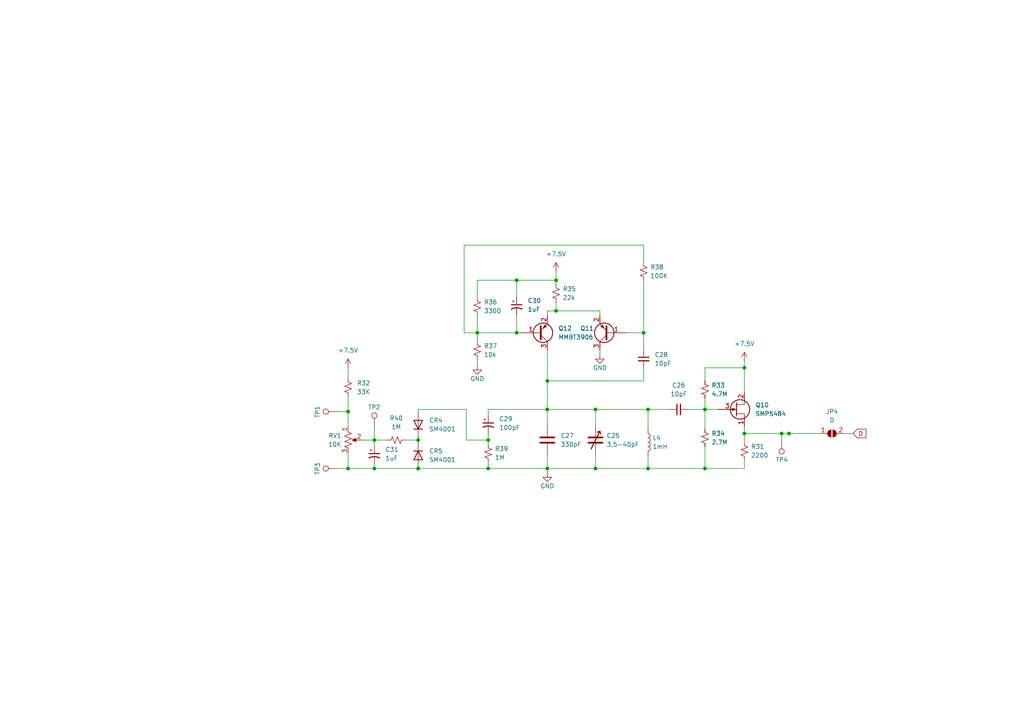
<source format=kicad_sch>
(kicad_sch (version 20211123) (generator eeschema)

  (uuid 1a561e7b-a9f5-4598-b9e1-a9b24acb6f5b)

  (paper "A4")

  (lib_symbols
    (symbol "Connector:TestPoint" (pin_numbers hide) (pin_names (offset 0.762) hide) (in_bom yes) (on_board yes)
      (property "Reference" "TP" (id 0) (at 0 6.858 0)
        (effects (font (size 1.27 1.27)))
      )
      (property "Value" "TestPoint" (id 1) (at 0 5.08 0)
        (effects (font (size 1.27 1.27)))
      )
      (property "Footprint" "" (id 2) (at 5.08 0 0)
        (effects (font (size 1.27 1.27)) hide)
      )
      (property "Datasheet" "~" (id 3) (at 5.08 0 0)
        (effects (font (size 1.27 1.27)) hide)
      )
      (property "ki_keywords" "test point tp" (id 4) (at 0 0 0)
        (effects (font (size 1.27 1.27)) hide)
      )
      (property "ki_description" "test point" (id 5) (at 0 0 0)
        (effects (font (size 1.27 1.27)) hide)
      )
      (property "ki_fp_filters" "Pin* Test*" (id 6) (at 0 0 0)
        (effects (font (size 1.27 1.27)) hide)
      )
      (symbol "TestPoint_0_1"
        (circle (center 0 3.302) (radius 0.762)
          (stroke (width 0) (type default) (color 0 0 0 0))
          (fill (type none))
        )
      )
      (symbol "TestPoint_1_1"
        (pin passive line (at 0 0 90) (length 2.54)
          (name "1" (effects (font (size 1.27 1.27))))
          (number "1" (effects (font (size 1.27 1.27))))
        )
      )
    )
    (symbol "Device:C" (pin_numbers hide) (pin_names (offset 0.254)) (in_bom yes) (on_board yes)
      (property "Reference" "C" (id 0) (at 0.635 2.54 0)
        (effects (font (size 1.27 1.27)) (justify left))
      )
      (property "Value" "C" (id 1) (at 0.635 -2.54 0)
        (effects (font (size 1.27 1.27)) (justify left))
      )
      (property "Footprint" "" (id 2) (at 0.9652 -3.81 0)
        (effects (font (size 1.27 1.27)) hide)
      )
      (property "Datasheet" "~" (id 3) (at 0 0 0)
        (effects (font (size 1.27 1.27)) hide)
      )
      (property "ki_keywords" "cap capacitor" (id 4) (at 0 0 0)
        (effects (font (size 1.27 1.27)) hide)
      )
      (property "ki_description" "Unpolarized capacitor" (id 5) (at 0 0 0)
        (effects (font (size 1.27 1.27)) hide)
      )
      (property "ki_fp_filters" "C_*" (id 6) (at 0 0 0)
        (effects (font (size 1.27 1.27)) hide)
      )
      (symbol "C_0_1"
        (polyline
          (pts
            (xy -2.032 -0.762)
            (xy 2.032 -0.762)
          )
          (stroke (width 0.508) (type default) (color 0 0 0 0))
          (fill (type none))
        )
        (polyline
          (pts
            (xy -2.032 0.762)
            (xy 2.032 0.762)
          )
          (stroke (width 0.508) (type default) (color 0 0 0 0))
          (fill (type none))
        )
      )
      (symbol "C_1_1"
        (pin passive line (at 0 3.81 270) (length 2.794)
          (name "~" (effects (font (size 1.27 1.27))))
          (number "1" (effects (font (size 1.27 1.27))))
        )
        (pin passive line (at 0 -3.81 90) (length 2.794)
          (name "~" (effects (font (size 1.27 1.27))))
          (number "2" (effects (font (size 1.27 1.27))))
        )
      )
    )
    (symbol "Device:C_Polarized_Small_US" (pin_numbers hide) (pin_names (offset 0.254) hide) (in_bom yes) (on_board yes)
      (property "Reference" "C" (id 0) (at 0.254 1.778 0)
        (effects (font (size 1.27 1.27)) (justify left))
      )
      (property "Value" "C_Polarized_Small_US" (id 1) (at 0.254 -2.032 0)
        (effects (font (size 1.27 1.27)) (justify left))
      )
      (property "Footprint" "" (id 2) (at 0 0 0)
        (effects (font (size 1.27 1.27)) hide)
      )
      (property "Datasheet" "~" (id 3) (at 0 0 0)
        (effects (font (size 1.27 1.27)) hide)
      )
      (property "ki_keywords" "cap capacitor" (id 4) (at 0 0 0)
        (effects (font (size 1.27 1.27)) hide)
      )
      (property "ki_description" "Polarized capacitor, small US symbol" (id 5) (at 0 0 0)
        (effects (font (size 1.27 1.27)) hide)
      )
      (property "ki_fp_filters" "CP_*" (id 6) (at 0 0 0)
        (effects (font (size 1.27 1.27)) hide)
      )
      (symbol "C_Polarized_Small_US_0_1"
        (polyline
          (pts
            (xy -1.524 0.508)
            (xy 1.524 0.508)
          )
          (stroke (width 0.3048) (type default) (color 0 0 0 0))
          (fill (type none))
        )
        (polyline
          (pts
            (xy -1.27 1.524)
            (xy -0.762 1.524)
          )
          (stroke (width 0) (type default) (color 0 0 0 0))
          (fill (type none))
        )
        (polyline
          (pts
            (xy -1.016 1.27)
            (xy -1.016 1.778)
          )
          (stroke (width 0) (type default) (color 0 0 0 0))
          (fill (type none))
        )
        (arc (start 1.524 -0.762) (mid 0 -0.3734) (end -1.524 -0.762)
          (stroke (width 0.3048) (type default) (color 0 0 0 0))
          (fill (type none))
        )
      )
      (symbol "C_Polarized_Small_US_1_1"
        (pin passive line (at 0 2.54 270) (length 2.032)
          (name "~" (effects (font (size 1.27 1.27))))
          (number "1" (effects (font (size 1.27 1.27))))
        )
        (pin passive line (at 0 -2.54 90) (length 2.032)
          (name "~" (effects (font (size 1.27 1.27))))
          (number "2" (effects (font (size 1.27 1.27))))
        )
      )
    )
    (symbol "Device:C_Small" (pin_numbers hide) (pin_names (offset 0.254) hide) (in_bom yes) (on_board yes)
      (property "Reference" "C" (id 0) (at 0.254 1.778 0)
        (effects (font (size 1.27 1.27)) (justify left))
      )
      (property "Value" "C_Small" (id 1) (at 0.254 -2.032 0)
        (effects (font (size 1.27 1.27)) (justify left))
      )
      (property "Footprint" "" (id 2) (at 0 0 0)
        (effects (font (size 1.27 1.27)) hide)
      )
      (property "Datasheet" "~" (id 3) (at 0 0 0)
        (effects (font (size 1.27 1.27)) hide)
      )
      (property "ki_keywords" "capacitor cap" (id 4) (at 0 0 0)
        (effects (font (size 1.27 1.27)) hide)
      )
      (property "ki_description" "Unpolarized capacitor, small symbol" (id 5) (at 0 0 0)
        (effects (font (size 1.27 1.27)) hide)
      )
      (property "ki_fp_filters" "C_*" (id 6) (at 0 0 0)
        (effects (font (size 1.27 1.27)) hide)
      )
      (symbol "C_Small_0_1"
        (polyline
          (pts
            (xy -1.524 -0.508)
            (xy 1.524 -0.508)
          )
          (stroke (width 0.3302) (type default) (color 0 0 0 0))
          (fill (type none))
        )
        (polyline
          (pts
            (xy -1.524 0.508)
            (xy 1.524 0.508)
          )
          (stroke (width 0.3048) (type default) (color 0 0 0 0))
          (fill (type none))
        )
      )
      (symbol "C_Small_1_1"
        (pin passive line (at 0 2.54 270) (length 2.032)
          (name "~" (effects (font (size 1.27 1.27))))
          (number "1" (effects (font (size 1.27 1.27))))
        )
        (pin passive line (at 0 -2.54 90) (length 2.032)
          (name "~" (effects (font (size 1.27 1.27))))
          (number "2" (effects (font (size 1.27 1.27))))
        )
      )
    )
    (symbol "Device:C_Variable" (pin_numbers hide) (pin_names (offset 0.254) hide) (in_bom yes) (on_board yes)
      (property "Reference" "C" (id 0) (at 0.635 -1.905 0)
        (effects (font (size 1.27 1.27)) (justify left))
      )
      (property "Value" "C_Variable" (id 1) (at 0.635 -3.81 0)
        (effects (font (size 1.27 1.27)) (justify left))
      )
      (property "Footprint" "" (id 2) (at 0 0 0)
        (effects (font (size 1.27 1.27)) hide)
      )
      (property "Datasheet" "~" (id 3) (at 0 0 0)
        (effects (font (size 1.27 1.27)) hide)
      )
      (property "ki_keywords" "trimmer capacitor" (id 4) (at 0 0 0)
        (effects (font (size 1.27 1.27)) hide)
      )
      (property "ki_description" "Variable capacitor" (id 5) (at 0 0 0)
        (effects (font (size 1.27 1.27)) hide)
      )
      (symbol "C_Variable_0_1"
        (polyline
          (pts
            (xy -2.032 -0.762)
            (xy 2.032 -0.762)
          )
          (stroke (width 0.508) (type default) (color 0 0 0 0))
          (fill (type none))
        )
        (polyline
          (pts
            (xy -2.032 0.762)
            (xy 2.032 0.762)
          )
          (stroke (width 0.508) (type default) (color 0 0 0 0))
          (fill (type none))
        )
        (polyline
          (pts
            (xy 1.27 2.54)
            (xy -1.27 -2.54)
          )
          (stroke (width 0.3048) (type default) (color 0 0 0 0))
          (fill (type none))
        )
        (polyline
          (pts
            (xy 1.27 2.54)
            (xy 0.508 2.286)
          )
          (stroke (width 0.3048) (type default) (color 0 0 0 0))
          (fill (type none))
        )
        (polyline
          (pts
            (xy 1.27 2.54)
            (xy 1.524 1.778)
          )
          (stroke (width 0.3048) (type default) (color 0 0 0 0))
          (fill (type none))
        )
      )
      (symbol "C_Variable_1_1"
        (pin passive line (at 0 3.81 270) (length 3.048)
          (name "~" (effects (font (size 1.27 1.27))))
          (number "1" (effects (font (size 1.27 1.27))))
        )
        (pin passive line (at 0 -3.81 90) (length 3.048)
          (name "~" (effects (font (size 1.27 1.27))))
          (number "2" (effects (font (size 1.27 1.27))))
        )
      )
    )
    (symbol "Device:L" (pin_numbers hide) (pin_names (offset 1.016) hide) (in_bom yes) (on_board yes)
      (property "Reference" "L" (id 0) (at -1.27 0 90)
        (effects (font (size 1.27 1.27)))
      )
      (property "Value" "L" (id 1) (at 1.905 0 90)
        (effects (font (size 1.27 1.27)))
      )
      (property "Footprint" "" (id 2) (at 0 0 0)
        (effects (font (size 1.27 1.27)) hide)
      )
      (property "Datasheet" "~" (id 3) (at 0 0 0)
        (effects (font (size 1.27 1.27)) hide)
      )
      (property "ki_keywords" "inductor choke coil reactor magnetic" (id 4) (at 0 0 0)
        (effects (font (size 1.27 1.27)) hide)
      )
      (property "ki_description" "Inductor" (id 5) (at 0 0 0)
        (effects (font (size 1.27 1.27)) hide)
      )
      (property "ki_fp_filters" "Choke_* *Coil* Inductor_* L_*" (id 6) (at 0 0 0)
        (effects (font (size 1.27 1.27)) hide)
      )
      (symbol "L_0_1"
        (arc (start 0 -2.54) (mid 0.635 -1.905) (end 0 -1.27)
          (stroke (width 0) (type default) (color 0 0 0 0))
          (fill (type none))
        )
        (arc (start 0 -1.27) (mid 0.635 -0.635) (end 0 0)
          (stroke (width 0) (type default) (color 0 0 0 0))
          (fill (type none))
        )
        (arc (start 0 0) (mid 0.635 0.635) (end 0 1.27)
          (stroke (width 0) (type default) (color 0 0 0 0))
          (fill (type none))
        )
        (arc (start 0 1.27) (mid 0.635 1.905) (end 0 2.54)
          (stroke (width 0) (type default) (color 0 0 0 0))
          (fill (type none))
        )
      )
      (symbol "L_1_1"
        (pin passive line (at 0 3.81 270) (length 1.27)
          (name "1" (effects (font (size 1.27 1.27))))
          (number "1" (effects (font (size 1.27 1.27))))
        )
        (pin passive line (at 0 -3.81 90) (length 1.27)
          (name "2" (effects (font (size 1.27 1.27))))
          (number "2" (effects (font (size 1.27 1.27))))
        )
      )
    )
    (symbol "Device:Q_NJFET_SDG" (pin_names (offset 0) hide) (in_bom yes) (on_board yes)
      (property "Reference" "Q" (id 0) (at 5.08 1.27 0)
        (effects (font (size 1.27 1.27)) (justify left))
      )
      (property "Value" "Q_NJFET_SDG" (id 1) (at 5.08 -1.27 0)
        (effects (font (size 1.27 1.27)) (justify left))
      )
      (property "Footprint" "" (id 2) (at 5.08 2.54 0)
        (effects (font (size 1.27 1.27)) hide)
      )
      (property "Datasheet" "~" (id 3) (at 0 0 0)
        (effects (font (size 1.27 1.27)) hide)
      )
      (property "ki_keywords" "transistor NJFET N-JFET" (id 4) (at 0 0 0)
        (effects (font (size 1.27 1.27)) hide)
      )
      (property "ki_description" "N-JFET transistor, source/drain/gate" (id 5) (at 0 0 0)
        (effects (font (size 1.27 1.27)) hide)
      )
      (symbol "Q_NJFET_SDG_0_1"
        (polyline
          (pts
            (xy 0.254 1.905)
            (xy 0.254 -1.905)
            (xy 0.254 -1.905)
          )
          (stroke (width 0.254) (type default) (color 0 0 0 0))
          (fill (type none))
        )
        (polyline
          (pts
            (xy 2.54 -2.54)
            (xy 2.54 -1.27)
            (xy 0.254 -1.27)
          )
          (stroke (width 0) (type default) (color 0 0 0 0))
          (fill (type none))
        )
        (polyline
          (pts
            (xy 2.54 2.54)
            (xy 2.54 1.397)
            (xy 0.254 1.397)
          )
          (stroke (width 0) (type default) (color 0 0 0 0))
          (fill (type none))
        )
        (polyline
          (pts
            (xy 0 0)
            (xy -1.016 0.381)
            (xy -1.016 -0.381)
            (xy 0 0)
          )
          (stroke (width 0) (type default) (color 0 0 0 0))
          (fill (type outline))
        )
        (circle (center 1.27 0) (radius 2.8194)
          (stroke (width 0.254) (type default) (color 0 0 0 0))
          (fill (type none))
        )
      )
      (symbol "Q_NJFET_SDG_1_1"
        (pin passive line (at 2.54 -5.08 90) (length 2.54)
          (name "S" (effects (font (size 1.27 1.27))))
          (number "1" (effects (font (size 1.27 1.27))))
        )
        (pin passive line (at 2.54 5.08 270) (length 2.54)
          (name "D" (effects (font (size 1.27 1.27))))
          (number "2" (effects (font (size 1.27 1.27))))
        )
        (pin input line (at -5.08 0 0) (length 5.334)
          (name "G" (effects (font (size 1.27 1.27))))
          (number "3" (effects (font (size 1.27 1.27))))
        )
      )
    )
    (symbol "Device:R_Potentiometer_US" (pin_names (offset 1.016) hide) (in_bom yes) (on_board yes)
      (property "Reference" "RV" (id 0) (at -4.445 0 90)
        (effects (font (size 1.27 1.27)))
      )
      (property "Value" "R_Potentiometer_US" (id 1) (at -2.54 0 90)
        (effects (font (size 1.27 1.27)))
      )
      (property "Footprint" "" (id 2) (at 0 0 0)
        (effects (font (size 1.27 1.27)) hide)
      )
      (property "Datasheet" "~" (id 3) (at 0 0 0)
        (effects (font (size 1.27 1.27)) hide)
      )
      (property "ki_keywords" "resistor variable" (id 4) (at 0 0 0)
        (effects (font (size 1.27 1.27)) hide)
      )
      (property "ki_description" "Potentiometer, US symbol" (id 5) (at 0 0 0)
        (effects (font (size 1.27 1.27)) hide)
      )
      (property "ki_fp_filters" "Potentiometer*" (id 6) (at 0 0 0)
        (effects (font (size 1.27 1.27)) hide)
      )
      (symbol "R_Potentiometer_US_0_1"
        (polyline
          (pts
            (xy 0 -2.286)
            (xy 0 -2.54)
          )
          (stroke (width 0) (type default) (color 0 0 0 0))
          (fill (type none))
        )
        (polyline
          (pts
            (xy 0 2.54)
            (xy 0 2.286)
          )
          (stroke (width 0) (type default) (color 0 0 0 0))
          (fill (type none))
        )
        (polyline
          (pts
            (xy 2.54 0)
            (xy 1.524 0)
          )
          (stroke (width 0) (type default) (color 0 0 0 0))
          (fill (type none))
        )
        (polyline
          (pts
            (xy 1.143 0)
            (xy 2.286 0.508)
            (xy 2.286 -0.508)
            (xy 1.143 0)
          )
          (stroke (width 0) (type default) (color 0 0 0 0))
          (fill (type outline))
        )
        (polyline
          (pts
            (xy 0 -0.762)
            (xy 1.016 -1.143)
            (xy 0 -1.524)
            (xy -1.016 -1.905)
            (xy 0 -2.286)
          )
          (stroke (width 0) (type default) (color 0 0 0 0))
          (fill (type none))
        )
        (polyline
          (pts
            (xy 0 0.762)
            (xy 1.016 0.381)
            (xy 0 0)
            (xy -1.016 -0.381)
            (xy 0 -0.762)
          )
          (stroke (width 0) (type default) (color 0 0 0 0))
          (fill (type none))
        )
        (polyline
          (pts
            (xy 0 2.286)
            (xy 1.016 1.905)
            (xy 0 1.524)
            (xy -1.016 1.143)
            (xy 0 0.762)
          )
          (stroke (width 0) (type default) (color 0 0 0 0))
          (fill (type none))
        )
      )
      (symbol "R_Potentiometer_US_1_1"
        (pin passive line (at 0 3.81 270) (length 1.27)
          (name "1" (effects (font (size 1.27 1.27))))
          (number "1" (effects (font (size 1.27 1.27))))
        )
        (pin passive line (at 3.81 0 180) (length 1.27)
          (name "2" (effects (font (size 1.27 1.27))))
          (number "2" (effects (font (size 1.27 1.27))))
        )
        (pin passive line (at 0 -3.81 90) (length 1.27)
          (name "3" (effects (font (size 1.27 1.27))))
          (number "3" (effects (font (size 1.27 1.27))))
        )
      )
    )
    (symbol "Device:R_Small_US" (pin_numbers hide) (pin_names (offset 0.254) hide) (in_bom yes) (on_board yes)
      (property "Reference" "R" (id 0) (at 0.762 0.508 0)
        (effects (font (size 1.27 1.27)) (justify left))
      )
      (property "Value" "R_Small_US" (id 1) (at 0.762 -1.016 0)
        (effects (font (size 1.27 1.27)) (justify left))
      )
      (property "Footprint" "" (id 2) (at 0 0 0)
        (effects (font (size 1.27 1.27)) hide)
      )
      (property "Datasheet" "~" (id 3) (at 0 0 0)
        (effects (font (size 1.27 1.27)) hide)
      )
      (property "ki_keywords" "r resistor" (id 4) (at 0 0 0)
        (effects (font (size 1.27 1.27)) hide)
      )
      (property "ki_description" "Resistor, small US symbol" (id 5) (at 0 0 0)
        (effects (font (size 1.27 1.27)) hide)
      )
      (property "ki_fp_filters" "R_*" (id 6) (at 0 0 0)
        (effects (font (size 1.27 1.27)) hide)
      )
      (symbol "R_Small_US_1_1"
        (polyline
          (pts
            (xy 0 0)
            (xy 1.016 -0.381)
            (xy 0 -0.762)
            (xy -1.016 -1.143)
            (xy 0 -1.524)
          )
          (stroke (width 0) (type default) (color 0 0 0 0))
          (fill (type none))
        )
        (polyline
          (pts
            (xy 0 1.524)
            (xy 1.016 1.143)
            (xy 0 0.762)
            (xy -1.016 0.381)
            (xy 0 0)
          )
          (stroke (width 0) (type default) (color 0 0 0 0))
          (fill (type none))
        )
        (pin passive line (at 0 2.54 270) (length 1.016)
          (name "~" (effects (font (size 1.27 1.27))))
          (number "1" (effects (font (size 1.27 1.27))))
        )
        (pin passive line (at 0 -2.54 90) (length 1.016)
          (name "~" (effects (font (size 1.27 1.27))))
          (number "2" (effects (font (size 1.27 1.27))))
        )
      )
    )
    (symbol "Diode:SM4001" (pin_numbers hide) (pin_names (offset 1.016) hide) (in_bom yes) (on_board yes)
      (property "Reference" "D" (id 0) (at 0 2.54 0)
        (effects (font (size 1.27 1.27)))
      )
      (property "Value" "SM4001" (id 1) (at 0 -2.54 0)
        (effects (font (size 1.27 1.27)))
      )
      (property "Footprint" "Diode_SMD:D_MELF" (id 2) (at 0 -4.445 0)
        (effects (font (size 1.27 1.27)) hide)
      )
      (property "Datasheet" "http://cdn-reichelt.de/documents/datenblatt/A400/SMD1N400%23DIO.pdf" (id 3) (at 0 0 0)
        (effects (font (size 1.27 1.27)) hide)
      )
      (property "ki_keywords" "diode" (id 4) (at 0 0 0)
        (effects (font (size 1.27 1.27)) hide)
      )
      (property "ki_description" "50V 1A General Purpose Rectifier Diode, MELF" (id 5) (at 0 0 0)
        (effects (font (size 1.27 1.27)) hide)
      )
      (property "ki_fp_filters" "D*MELF*" (id 6) (at 0 0 0)
        (effects (font (size 1.27 1.27)) hide)
      )
      (symbol "SM4001_0_1"
        (polyline
          (pts
            (xy -1.27 1.27)
            (xy -1.27 -1.27)
          )
          (stroke (width 0.254) (type default) (color 0 0 0 0))
          (fill (type none))
        )
        (polyline
          (pts
            (xy 1.27 0)
            (xy -1.27 0)
          )
          (stroke (width 0) (type default) (color 0 0 0 0))
          (fill (type none))
        )
        (polyline
          (pts
            (xy 1.27 1.27)
            (xy 1.27 -1.27)
            (xy -1.27 0)
            (xy 1.27 1.27)
          )
          (stroke (width 0.254) (type default) (color 0 0 0 0))
          (fill (type none))
        )
      )
      (symbol "SM4001_1_1"
        (pin passive line (at -3.81 0 0) (length 2.54)
          (name "K" (effects (font (size 1.27 1.27))))
          (number "1" (effects (font (size 1.27 1.27))))
        )
        (pin passive line (at 3.81 0 180) (length 2.54)
          (name "A" (effects (font (size 1.27 1.27))))
          (number "2" (effects (font (size 1.27 1.27))))
        )
      )
    )
    (symbol "Jumper:SolderJumper_2_Open" (pin_names (offset 0) hide) (in_bom yes) (on_board yes)
      (property "Reference" "JP" (id 0) (at 0 2.032 0)
        (effects (font (size 1.27 1.27)))
      )
      (property "Value" "SolderJumper_2_Open" (id 1) (at 0 -2.54 0)
        (effects (font (size 1.27 1.27)))
      )
      (property "Footprint" "" (id 2) (at 0 0 0)
        (effects (font (size 1.27 1.27)) hide)
      )
      (property "Datasheet" "~" (id 3) (at 0 0 0)
        (effects (font (size 1.27 1.27)) hide)
      )
      (property "ki_keywords" "solder jumper SPST" (id 4) (at 0 0 0)
        (effects (font (size 1.27 1.27)) hide)
      )
      (property "ki_description" "Solder Jumper, 2-pole, open" (id 5) (at 0 0 0)
        (effects (font (size 1.27 1.27)) hide)
      )
      (property "ki_fp_filters" "SolderJumper*Open*" (id 6) (at 0 0 0)
        (effects (font (size 1.27 1.27)) hide)
      )
      (symbol "SolderJumper_2_Open_0_1"
        (arc (start -0.254 1.016) (mid -1.27 0) (end -0.254 -1.016)
          (stroke (width 0) (type default) (color 0 0 0 0))
          (fill (type none))
        )
        (arc (start -0.254 1.016) (mid -1.27 0) (end -0.254 -1.016)
          (stroke (width 0) (type default) (color 0 0 0 0))
          (fill (type outline))
        )
        (polyline
          (pts
            (xy -0.254 1.016)
            (xy -0.254 -1.016)
          )
          (stroke (width 0) (type default) (color 0 0 0 0))
          (fill (type none))
        )
        (polyline
          (pts
            (xy 0.254 1.016)
            (xy 0.254 -1.016)
          )
          (stroke (width 0) (type default) (color 0 0 0 0))
          (fill (type none))
        )
        (arc (start 0.254 -1.016) (mid 1.27 0) (end 0.254 1.016)
          (stroke (width 0) (type default) (color 0 0 0 0))
          (fill (type none))
        )
        (arc (start 0.254 -1.016) (mid 1.27 0) (end 0.254 1.016)
          (stroke (width 0) (type default) (color 0 0 0 0))
          (fill (type outline))
        )
      )
      (symbol "SolderJumper_2_Open_1_1"
        (pin passive line (at -3.81 0 0) (length 2.54)
          (name "A" (effects (font (size 1.27 1.27))))
          (number "1" (effects (font (size 1.27 1.27))))
        )
        (pin passive line (at 3.81 0 180) (length 2.54)
          (name "B" (effects (font (size 1.27 1.27))))
          (number "2" (effects (font (size 1.27 1.27))))
        )
      )
    )
    (symbol "Transistor_BJT:MMBT3906" (pin_names (offset 0) hide) (in_bom yes) (on_board yes)
      (property "Reference" "Q" (id 0) (at 5.08 1.905 0)
        (effects (font (size 1.27 1.27)) (justify left))
      )
      (property "Value" "MMBT3906" (id 1) (at 5.08 0 0)
        (effects (font (size 1.27 1.27)) (justify left))
      )
      (property "Footprint" "Package_TO_SOT_SMD:SOT-23" (id 2) (at 5.08 -1.905 0)
        (effects (font (size 1.27 1.27) italic) (justify left) hide)
      )
      (property "Datasheet" "https://www.onsemi.com/pub/Collateral/2N3906-D.PDF" (id 3) (at 0 0 0)
        (effects (font (size 1.27 1.27)) (justify left) hide)
      )
      (property "ki_keywords" "PNP Transistor" (id 4) (at 0 0 0)
        (effects (font (size 1.27 1.27)) hide)
      )
      (property "ki_description" "-0.2A Ic, -40V Vce, Small Signal PNP Transistor, SOT-23" (id 5) (at 0 0 0)
        (effects (font (size 1.27 1.27)) hide)
      )
      (property "ki_fp_filters" "SOT?23*" (id 6) (at 0 0 0)
        (effects (font (size 1.27 1.27)) hide)
      )
      (symbol "MMBT3906_0_1"
        (polyline
          (pts
            (xy 0.635 0.635)
            (xy 2.54 2.54)
          )
          (stroke (width 0) (type default) (color 0 0 0 0))
          (fill (type none))
        )
        (polyline
          (pts
            (xy 0.635 -0.635)
            (xy 2.54 -2.54)
            (xy 2.54 -2.54)
          )
          (stroke (width 0) (type default) (color 0 0 0 0))
          (fill (type none))
        )
        (polyline
          (pts
            (xy 0.635 1.905)
            (xy 0.635 -1.905)
            (xy 0.635 -1.905)
          )
          (stroke (width 0.508) (type default) (color 0 0 0 0))
          (fill (type none))
        )
        (polyline
          (pts
            (xy 2.286 -1.778)
            (xy 1.778 -2.286)
            (xy 1.27 -1.27)
            (xy 2.286 -1.778)
            (xy 2.286 -1.778)
          )
          (stroke (width 0) (type default) (color 0 0 0 0))
          (fill (type outline))
        )
        (circle (center 1.27 0) (radius 2.8194)
          (stroke (width 0.254) (type default) (color 0 0 0 0))
          (fill (type none))
        )
      )
      (symbol "MMBT3906_1_1"
        (pin input line (at -5.08 0 0) (length 5.715)
          (name "B" (effects (font (size 1.27 1.27))))
          (number "1" (effects (font (size 1.27 1.27))))
        )
        (pin passive line (at 2.54 -5.08 90) (length 2.54)
          (name "E" (effects (font (size 1.27 1.27))))
          (number "2" (effects (font (size 1.27 1.27))))
        )
        (pin passive line (at 2.54 5.08 270) (length 2.54)
          (name "C" (effects (font (size 1.27 1.27))))
          (number "3" (effects (font (size 1.27 1.27))))
        )
      )
    )
    (symbol "power:+7.5V" (power) (pin_names (offset 0)) (in_bom yes) (on_board yes)
      (property "Reference" "#PWR" (id 0) (at 0 -3.81 0)
        (effects (font (size 1.27 1.27)) hide)
      )
      (property "Value" "+7.5V" (id 1) (at 0 3.556 0)
        (effects (font (size 1.27 1.27)))
      )
      (property "Footprint" "" (id 2) (at 0 0 0)
        (effects (font (size 1.27 1.27)) hide)
      )
      (property "Datasheet" "" (id 3) (at 0 0 0)
        (effects (font (size 1.27 1.27)) hide)
      )
      (property "ki_keywords" "power-flag" (id 4) (at 0 0 0)
        (effects (font (size 1.27 1.27)) hide)
      )
      (property "ki_description" "Power symbol creates a global label with name \"+7.5V\"" (id 5) (at 0 0 0)
        (effects (font (size 1.27 1.27)) hide)
      )
      (symbol "+7.5V_0_1"
        (polyline
          (pts
            (xy -0.762 1.27)
            (xy 0 2.54)
          )
          (stroke (width 0) (type default) (color 0 0 0 0))
          (fill (type none))
        )
        (polyline
          (pts
            (xy 0 0)
            (xy 0 2.54)
          )
          (stroke (width 0) (type default) (color 0 0 0 0))
          (fill (type none))
        )
        (polyline
          (pts
            (xy 0 2.54)
            (xy 0.762 1.27)
          )
          (stroke (width 0) (type default) (color 0 0 0 0))
          (fill (type none))
        )
      )
      (symbol "+7.5V_1_1"
        (pin power_in line (at 0 0 90) (length 0) hide
          (name "+7.5V" (effects (font (size 1.27 1.27))))
          (number "1" (effects (font (size 1.27 1.27))))
        )
      )
    )
    (symbol "power:GND" (power) (pin_names (offset 0)) (in_bom yes) (on_board yes)
      (property "Reference" "#PWR" (id 0) (at 0 -6.35 0)
        (effects (font (size 1.27 1.27)) hide)
      )
      (property "Value" "GND" (id 1) (at 0 -3.81 0)
        (effects (font (size 1.27 1.27)))
      )
      (property "Footprint" "" (id 2) (at 0 0 0)
        (effects (font (size 1.27 1.27)) hide)
      )
      (property "Datasheet" "" (id 3) (at 0 0 0)
        (effects (font (size 1.27 1.27)) hide)
      )
      (property "ki_keywords" "power-flag" (id 4) (at 0 0 0)
        (effects (font (size 1.27 1.27)) hide)
      )
      (property "ki_description" "Power symbol creates a global label with name \"GND\" , ground" (id 5) (at 0 0 0)
        (effects (font (size 1.27 1.27)) hide)
      )
      (symbol "GND_0_1"
        (polyline
          (pts
            (xy 0 0)
            (xy 0 -1.27)
            (xy 1.27 -1.27)
            (xy 0 -2.54)
            (xy -1.27 -1.27)
            (xy 0 -1.27)
          )
          (stroke (width 0) (type default) (color 0 0 0 0))
          (fill (type none))
        )
      )
      (symbol "GND_1_1"
        (pin power_in line (at 0 0 270) (length 0) hide
          (name "GND" (effects (font (size 1.27 1.27))))
          (number "1" (effects (font (size 1.27 1.27))))
        )
      )
    )
  )

  (junction (at 141.605 127.635) (diameter 0) (color 0 0 0 0)
    (uuid 02d44db0-0260-43de-b097-3a682db19148)
  )
  (junction (at 158.75 118.745) (diameter 0) (color 0 0 0 0)
    (uuid 030fdfa3-3157-44c9-96ac-fcda7b58e64e)
  )
  (junction (at 158.75 110.49) (diameter 0) (color 0 0 0 0)
    (uuid 09279964-2b7c-4c55-95e7-552f2008931a)
  )
  (junction (at 108.585 127.635) (diameter 0) (color 0 0 0 0)
    (uuid 0a1936c8-13ce-446f-a99b-4d55316147ae)
  )
  (junction (at 215.9 125.73) (diameter 0) (color 0 0 0 0)
    (uuid 0f67a6cd-65b4-4639-8c80-5bdaf8b8992f)
  )
  (junction (at 121.285 135.89) (diameter 0) (color 0 0 0 0)
    (uuid 103a1d91-bc47-4c61-8c35-c6d7c1dbac10)
  )
  (junction (at 161.29 90.17) (diameter 0) (color 0 0 0 0)
    (uuid 27e8396f-21a4-4f15-b679-75474ff1bf30)
  )
  (junction (at 204.47 135.89) (diameter 0) (color 0 0 0 0)
    (uuid 2cfbf60d-ebd7-4120-a218-9103a51af9d9)
  )
  (junction (at 215.9 106.68) (diameter 0) (color 0 0 0 0)
    (uuid 32b282f5-3c16-4aeb-8ddc-94226d42760a)
  )
  (junction (at 187.96 118.745) (diameter 0) (color 0 0 0 0)
    (uuid 4a7025e6-d675-4385-a3c5-d1a45c01ebe7)
  )
  (junction (at 108.585 135.89) (diameter 0) (color 0 0 0 0)
    (uuid 4ffdd89b-1b6d-4e93-90d0-2a54ab253133)
  )
  (junction (at 187.96 135.89) (diameter 0) (color 0 0 0 0)
    (uuid 57a83362-3888-43bc-b914-9bb8368b3133)
  )
  (junction (at 121.285 127.635) (diameter 0) (color 0 0 0 0)
    (uuid 5cf6dad3-fbe2-4495-ac04-f4d2461f4f24)
  )
  (junction (at 228.8414 125.73) (diameter 0) (color 0 0 0 0)
    (uuid 67bd7170-6afd-4ede-a0d1-2cc4d80b92ab)
  )
  (junction (at 172.72 118.745) (diameter 0) (color 0 0 0 0)
    (uuid 777b16f7-2b34-4208-970f-c588efbd7cc6)
  )
  (junction (at 149.86 96.52) (diameter 0) (color 0 0 0 0)
    (uuid 77f671a8-786a-43bb-9853-9e71bf318cee)
  )
  (junction (at 204.47 118.745) (diameter 0) (color 0 0 0 0)
    (uuid 8a1711a9-2623-49b3-b94c-6187700cfa18)
  )
  (junction (at 226.695 125.73) (diameter 0) (color 0 0 0 0)
    (uuid 8f48298a-8eb7-4137-8a6e-b0e226bf1bde)
  )
  (junction (at 141.605 135.89) (diameter 0) (color 0 0 0 0)
    (uuid 9e48f649-6fb3-4eb0-994c-611dd55f26d5)
  )
  (junction (at 186.69 96.52) (diameter 0) (color 0 0 0 0)
    (uuid add78bb3-ad5e-46b7-ba1e-3bfbe2756a96)
  )
  (junction (at 149.86 81.28) (diameter 0) (color 0 0 0 0)
    (uuid c3607f5e-09e0-4f55-b5f3-f27dba04c89f)
  )
  (junction (at 100.965 135.89) (diameter 0) (color 0 0 0 0)
    (uuid c89a237a-1815-4935-b713-e0a96b5f38ae)
  )
  (junction (at 100.965 119.38) (diameter 0) (color 0 0 0 0)
    (uuid d3124d69-b320-4f30-99ed-844481724e77)
  )
  (junction (at 158.75 135.89) (diameter 0) (color 0 0 0 0)
    (uuid dcdbf933-597c-4a9b-acc7-066487e83ef0)
  )
  (junction (at 161.29 81.28) (diameter 0) (color 0 0 0 0)
    (uuid e3257c20-9c93-4c2b-9402-22e3ba6388d7)
  )
  (junction (at 138.43 96.52) (diameter 0) (color 0 0 0 0)
    (uuid e7abe784-f3d8-466c-a499-8235b3d0d1d0)
  )
  (junction (at 172.72 135.89) (diameter 0) (color 0 0 0 0)
    (uuid ee2c1365-c385-4b0d-8b90-ab308a4c3e54)
  )

  (wire (pts (xy 215.9 125.73) (xy 226.695 125.73))
    (stroke (width 0) (type default) (color 0 0 0 0))
    (uuid 01afdec2-40d5-4555-80fb-3d32c94fcdd9)
  )
  (wire (pts (xy 158.75 91.44) (xy 158.75 90.17))
    (stroke (width 0) (type default) (color 0 0 0 0))
    (uuid 02f480a9-b9b8-4a1b-bef3-c70a0fa6bd9a)
  )
  (wire (pts (xy 108.585 134.62) (xy 108.585 135.89))
    (stroke (width 0) (type default) (color 0 0 0 0))
    (uuid 05038ef0-bc0c-4bcc-bba3-c069b8a577eb)
  )
  (wire (pts (xy 228.8414 125.73) (xy 228.8414 125.709))
    (stroke (width 0) (type default) (color 0 0 0 0))
    (uuid 05445ca8-75f6-4644-9fc4-30bcb6f0f2a3)
  )
  (wire (pts (xy 100.965 131.445) (xy 100.965 135.89))
    (stroke (width 0) (type default) (color 0 0 0 0))
    (uuid 0b552557-d27c-40ee-b4eb-e1351a0d9005)
  )
  (wire (pts (xy 215.9 125.73) (xy 215.9 128.27))
    (stroke (width 0) (type default) (color 0 0 0 0))
    (uuid 0b5eb565-c1e9-4eaf-814a-e43cfc60db0b)
  )
  (wire (pts (xy 204.47 118.745) (xy 208.28 118.745))
    (stroke (width 0) (type default) (color 0 0 0 0))
    (uuid 12864218-a54a-463b-8098-8b258b115152)
  )
  (wire (pts (xy 97.79 119.38) (xy 100.965 119.38))
    (stroke (width 0) (type default) (color 0 0 0 0))
    (uuid 151b5ec5-fd59-40d4-bd7f-2529205d48ea)
  )
  (wire (pts (xy 204.47 118.745) (xy 204.47 115.57))
    (stroke (width 0) (type default) (color 0 0 0 0))
    (uuid 1a2eb990-39e9-482c-93a4-764f1fd141ae)
  )
  (wire (pts (xy 215.9 123.825) (xy 215.9 125.73))
    (stroke (width 0) (type default) (color 0 0 0 0))
    (uuid 2625b7a9-33c3-47e9-951d-1a99c2e36df1)
  )
  (wire (pts (xy 158.75 101.6) (xy 158.75 110.49))
    (stroke (width 0) (type default) (color 0 0 0 0))
    (uuid 2a287111-58e8-4fab-9b1d-63aa6c1b695f)
  )
  (wire (pts (xy 173.99 91.44) (xy 173.99 90.17))
    (stroke (width 0) (type default) (color 0 0 0 0))
    (uuid 2a83bbe6-550a-467f-87db-f79b28b0ab09)
  )
  (wire (pts (xy 187.96 118.745) (xy 194.31 118.745))
    (stroke (width 0) (type default) (color 0 0 0 0))
    (uuid 2bca1a60-30e3-4cd5-8241-c6ed21fba4db)
  )
  (wire (pts (xy 141.605 125.73) (xy 141.605 127.635))
    (stroke (width 0) (type default) (color 0 0 0 0))
    (uuid 2d54f3e0-b083-419b-8484-d0a37745877b)
  )
  (wire (pts (xy 138.43 91.44) (xy 138.43 96.52))
    (stroke (width 0) (type default) (color 0 0 0 0))
    (uuid 2eae08e3-53e1-4c2d-bbc3-b32611b86899)
  )
  (wire (pts (xy 186.69 110.49) (xy 158.75 110.49))
    (stroke (width 0) (type default) (color 0 0 0 0))
    (uuid 2f5998f5-41f5-4aaa-ae9c-45c6f7c42d0b)
  )
  (wire (pts (xy 161.29 78.74) (xy 161.29 81.28))
    (stroke (width 0) (type default) (color 0 0 0 0))
    (uuid 326a38ed-8720-40be-a60f-3afe0a08678c)
  )
  (wire (pts (xy 121.285 135.89) (xy 141.605 135.89))
    (stroke (width 0) (type default) (color 0 0 0 0))
    (uuid 337d31a3-2d2c-40a5-9513-ec9e3433c8f8)
  )
  (wire (pts (xy 204.47 106.68) (xy 215.9 106.68))
    (stroke (width 0) (type default) (color 0 0 0 0))
    (uuid 355bef51-4ce2-4094-b80d-23a13aed9852)
  )
  (wire (pts (xy 172.72 118.745) (xy 187.96 118.745))
    (stroke (width 0) (type default) (color 0 0 0 0))
    (uuid 386c27fd-f235-4968-abed-44fe28c9566e)
  )
  (wire (pts (xy 149.86 91.44) (xy 149.86 96.52))
    (stroke (width 0) (type default) (color 0 0 0 0))
    (uuid 38eaf3a5-22c4-44c1-ae66-dc7052aedfdc)
  )
  (wire (pts (xy 134.62 71.12) (xy 186.69 71.12))
    (stroke (width 0) (type default) (color 0 0 0 0))
    (uuid 3a065d36-eff8-4ca8-88ed-2fdadad28b61)
  )
  (wire (pts (xy 108.585 123.825) (xy 108.585 127.635))
    (stroke (width 0) (type default) (color 0 0 0 0))
    (uuid 3b11716a-99a0-4994-9614-3bdaa5f70b17)
  )
  (wire (pts (xy 186.69 81.28) (xy 186.69 96.52))
    (stroke (width 0) (type default) (color 0 0 0 0))
    (uuid 3bb9b1da-a54f-4506-b053-4a0b7e64fe24)
  )
  (wire (pts (xy 172.72 118.745) (xy 172.72 123.825))
    (stroke (width 0) (type default) (color 0 0 0 0))
    (uuid 404f9ecd-0c3c-477f-8a61-da32e66b98c7)
  )
  (wire (pts (xy 226.695 125.73) (xy 228.8414 125.73))
    (stroke (width 0) (type default) (color 0 0 0 0))
    (uuid 406e01d6-50a0-42be-997a-ae226943cf19)
  )
  (wire (pts (xy 108.585 127.635) (xy 108.585 129.54))
    (stroke (width 0) (type default) (color 0 0 0 0))
    (uuid 40b4ba91-59e1-4021-aa52-2328efd982c8)
  )
  (wire (pts (xy 173.99 101.6) (xy 173.99 102.87))
    (stroke (width 0) (type default) (color 0 0 0 0))
    (uuid 4208355e-144b-455c-85fe-6de913174401)
  )
  (wire (pts (xy 149.86 96.52) (xy 138.43 96.52))
    (stroke (width 0) (type default) (color 0 0 0 0))
    (uuid 432f855f-8f98-4c69-b5b4-de25a70e9401)
  )
  (wire (pts (xy 108.585 127.635) (xy 112.395 127.635))
    (stroke (width 0) (type default) (color 0 0 0 0))
    (uuid 443e09e2-c75e-453b-a8cc-63b62918c58e)
  )
  (wire (pts (xy 108.585 135.89) (xy 121.285 135.89))
    (stroke (width 0) (type default) (color 0 0 0 0))
    (uuid 4ef9c896-ece9-423f-8e22-8e9fbbe8d917)
  )
  (wire (pts (xy 158.75 118.745) (xy 158.75 123.825))
    (stroke (width 0) (type default) (color 0 0 0 0))
    (uuid 52cec6a8-4fcd-4f40-983f-8cb10197bb8a)
  )
  (wire (pts (xy 204.47 118.745) (xy 204.47 124.46))
    (stroke (width 0) (type default) (color 0 0 0 0))
    (uuid 52f1e289-2751-4a50-a01c-9b5aedc5d43d)
  )
  (wire (pts (xy 187.96 135.89) (xy 204.47 135.89))
    (stroke (width 0) (type default) (color 0 0 0 0))
    (uuid 56494e5e-f160-4b8b-9f53-5249e54c4a9c)
  )
  (wire (pts (xy 158.75 118.745) (xy 172.72 118.745))
    (stroke (width 0) (type default) (color 0 0 0 0))
    (uuid 5c3effa9-883f-465e-bb88-64b1401d725e)
  )
  (wire (pts (xy 161.29 90.17) (xy 161.29 87.63))
    (stroke (width 0) (type default) (color 0 0 0 0))
    (uuid 5def4c3b-372d-4bdc-8349-9a2b297e20e2)
  )
  (wire (pts (xy 149.86 81.28) (xy 149.86 86.36))
    (stroke (width 0) (type default) (color 0 0 0 0))
    (uuid 5fabc8a4-1175-4151-9297-b6eaa9faa64f)
  )
  (wire (pts (xy 187.96 135.89) (xy 172.72 135.89))
    (stroke (width 0) (type default) (color 0 0 0 0))
    (uuid 6052e2e9-1902-4330-bdff-189b15b4a9d6)
  )
  (wire (pts (xy 100.965 135.89) (xy 97.79 135.89))
    (stroke (width 0) (type default) (color 0 0 0 0))
    (uuid 6397ef00-020b-4a52-9d54-57cf7ceb814e)
  )
  (wire (pts (xy 134.62 96.52) (xy 138.43 96.52))
    (stroke (width 0) (type default) (color 0 0 0 0))
    (uuid 6e304803-4b62-49ab-9899-3dfcb6f0581e)
  )
  (wire (pts (xy 158.75 90.17) (xy 161.29 90.17))
    (stroke (width 0) (type default) (color 0 0 0 0))
    (uuid 70e7b95d-c853-4032-b4c6-fff46cbfc8a4)
  )
  (wire (pts (xy 100.965 114.935) (xy 100.965 119.38))
    (stroke (width 0) (type default) (color 0 0 0 0))
    (uuid 71c6d139-3fe3-43a7-b3a4-f6dcd5bea03c)
  )
  (wire (pts (xy 215.9 135.89) (xy 215.9 133.35))
    (stroke (width 0) (type default) (color 0 0 0 0))
    (uuid 7425d2bb-1ecb-4e76-aa71-a14168de9494)
  )
  (wire (pts (xy 237.49 125.73) (xy 228.8414 125.73))
    (stroke (width 0) (type default) (color 0 0 0 0))
    (uuid 7a41905d-1e65-42da-a066-6d69b5190a9b)
  )
  (wire (pts (xy 100.965 135.89) (xy 108.585 135.89))
    (stroke (width 0) (type default) (color 0 0 0 0))
    (uuid 7bbb9fbf-0fd5-444c-a129-b65a0041faeb)
  )
  (wire (pts (xy 149.86 96.52) (xy 151.13 96.52))
    (stroke (width 0) (type default) (color 0 0 0 0))
    (uuid 7be81fc1-27cc-49cb-b179-66f2324d02f4)
  )
  (wire (pts (xy 121.285 118.745) (xy 121.285 119.38))
    (stroke (width 0) (type default) (color 0 0 0 0))
    (uuid 8123b91f-5853-4441-98b4-fec8e91180ef)
  )
  (wire (pts (xy 141.605 118.745) (xy 158.75 118.745))
    (stroke (width 0) (type default) (color 0 0 0 0))
    (uuid 84ca0232-4f4f-4ee1-b745-3efef53770cc)
  )
  (wire (pts (xy 104.775 127.635) (xy 108.585 127.635))
    (stroke (width 0) (type default) (color 0 0 0 0))
    (uuid 86b9db27-f3d0-4df6-8dd4-b0271db3113e)
  )
  (wire (pts (xy 121.285 127) (xy 121.285 127.635))
    (stroke (width 0) (type default) (color 0 0 0 0))
    (uuid 88371cc2-2eef-4c20-8a94-f2ee3be5c7b2)
  )
  (wire (pts (xy 135.255 118.745) (xy 121.285 118.745))
    (stroke (width 0) (type default) (color 0 0 0 0))
    (uuid 8a0f40bf-cdfd-4cf3-93df-cfed1e2dc4c1)
  )
  (wire (pts (xy 141.605 127.635) (xy 135.255 127.635))
    (stroke (width 0) (type default) (color 0 0 0 0))
    (uuid 8c06098b-6fb7-4f0e-9e9e-355570e402bc)
  )
  (wire (pts (xy 158.75 110.49) (xy 158.75 118.745))
    (stroke (width 0) (type default) (color 0 0 0 0))
    (uuid 8d1a8769-3564-4583-8bf9-c453db219906)
  )
  (wire (pts (xy 121.285 127.635) (xy 121.285 128.27))
    (stroke (width 0) (type default) (color 0 0 0 0))
    (uuid 917f12bc-943d-4388-bd6e-ae2f90ddf32f)
  )
  (wire (pts (xy 186.69 96.52) (xy 186.69 101.6))
    (stroke (width 0) (type default) (color 0 0 0 0))
    (uuid 938849fe-3c3a-4a5f-ac4b-02a2b773f44f)
  )
  (wire (pts (xy 138.43 104.14) (xy 138.43 106.045))
    (stroke (width 0) (type default) (color 0 0 0 0))
    (uuid 95011a91-adfe-4916-b96f-982de4056778)
  )
  (wire (pts (xy 141.605 133.985) (xy 141.605 135.89))
    (stroke (width 0) (type default) (color 0 0 0 0))
    (uuid 969599b1-a39d-4d4a-9854-99acb6485659)
  )
  (wire (pts (xy 215.9 106.68) (xy 215.9 104.775))
    (stroke (width 0) (type default) (color 0 0 0 0))
    (uuid 98b38cdb-55f9-48c3-8914-65bd980988aa)
  )
  (wire (pts (xy 141.605 135.89) (xy 158.75 135.89))
    (stroke (width 0) (type default) (color 0 0 0 0))
    (uuid a0a0fee5-60d2-46c9-8066-fea796801dbd)
  )
  (wire (pts (xy 135.255 127.635) (xy 135.255 118.745))
    (stroke (width 0) (type default) (color 0 0 0 0))
    (uuid a715cfdd-3eb3-4186-9fc4-8ac182fa6661)
  )
  (wire (pts (xy 158.75 135.89) (xy 158.75 137.16))
    (stroke (width 0) (type default) (color 0 0 0 0))
    (uuid ae38aff1-4ac6-49db-9d75-ac848f9403a4)
  )
  (wire (pts (xy 149.86 81.28) (xy 161.29 81.28))
    (stroke (width 0) (type default) (color 0 0 0 0))
    (uuid b2df41e2-7134-495b-b2f9-740672947efb)
  )
  (wire (pts (xy 199.39 118.745) (xy 204.47 118.745))
    (stroke (width 0) (type default) (color 0 0 0 0))
    (uuid b85dbb44-8dd2-44d6-b435-bbe7aa83f315)
  )
  (wire (pts (xy 245.11 125.73) (xy 247.4789 125.73))
    (stroke (width 0) (type default) (color 0 0 0 0))
    (uuid cddaf78d-9f82-4ccc-aba3-9986f18d911f)
  )
  (wire (pts (xy 100.965 106.68) (xy 100.965 109.855))
    (stroke (width 0) (type default) (color 0 0 0 0))
    (uuid cfd036aa-9e9b-4e09-8d50-2e1f9b1bf892)
  )
  (wire (pts (xy 187.96 132.08) (xy 187.96 135.89))
    (stroke (width 0) (type default) (color 0 0 0 0))
    (uuid d261a149-4dbb-4622-ad56-e5b82f56eeec)
  )
  (wire (pts (xy 204.47 110.49) (xy 204.47 106.68))
    (stroke (width 0) (type default) (color 0 0 0 0))
    (uuid d479de50-c30b-4130-8aa2-66d846960d91)
  )
  (wire (pts (xy 158.75 135.89) (xy 172.72 135.89))
    (stroke (width 0) (type default) (color 0 0 0 0))
    (uuid d97105b2-cf79-425e-b4a9-ad0b4267b0aa)
  )
  (wire (pts (xy 161.29 81.28) (xy 161.29 82.55))
    (stroke (width 0) (type default) (color 0 0 0 0))
    (uuid da8493a4-d492-477c-b693-f886cb9e22af)
  )
  (wire (pts (xy 100.965 119.38) (xy 100.965 123.825))
    (stroke (width 0) (type default) (color 0 0 0 0))
    (uuid dbc2de55-c7b9-4c44-a064-5c2183253324)
  )
  (wire (pts (xy 172.72 131.445) (xy 172.72 135.89))
    (stroke (width 0) (type default) (color 0 0 0 0))
    (uuid dcd36344-f004-4e5d-9be0-7882746c496a)
  )
  (wire (pts (xy 215.9 106.68) (xy 215.9 113.665))
    (stroke (width 0) (type default) (color 0 0 0 0))
    (uuid e2a2dfcb-f660-48f3-a5f6-abe438724766)
  )
  (wire (pts (xy 187.96 118.745) (xy 187.96 124.46))
    (stroke (width 0) (type default) (color 0 0 0 0))
    (uuid e630984a-8883-412a-9b9a-cdb3b5227df4)
  )
  (wire (pts (xy 161.29 90.17) (xy 173.99 90.17))
    (stroke (width 0) (type default) (color 0 0 0 0))
    (uuid e88f02be-d81a-423a-bf5e-b94e9260a43a)
  )
  (wire (pts (xy 117.475 127.635) (xy 121.285 127.635))
    (stroke (width 0) (type default) (color 0 0 0 0))
    (uuid eafae774-4f10-4df5-bcef-0ff8459e5795)
  )
  (wire (pts (xy 138.43 81.28) (xy 138.43 86.36))
    (stroke (width 0) (type default) (color 0 0 0 0))
    (uuid ed39cb0f-0fdb-4762-83d7-9b0864b4504f)
  )
  (wire (pts (xy 204.47 129.54) (xy 204.47 135.89))
    (stroke (width 0) (type default) (color 0 0 0 0))
    (uuid edb2c44a-9f72-4cb7-9490-21d049d20943)
  )
  (wire (pts (xy 204.47 135.89) (xy 215.9 135.89))
    (stroke (width 0) (type default) (color 0 0 0 0))
    (uuid edb7260e-fc46-4491-8296-5254c34a8c15)
  )
  (wire (pts (xy 134.62 71.12) (xy 134.62 96.52))
    (stroke (width 0) (type default) (color 0 0 0 0))
    (uuid ee1d0692-3376-4971-b235-b2a765415cd7)
  )
  (wire (pts (xy 138.43 81.28) (xy 149.86 81.28))
    (stroke (width 0) (type default) (color 0 0 0 0))
    (uuid eebd9228-dfa0-40ea-a608-b3438e66036c)
  )
  (wire (pts (xy 138.43 96.52) (xy 138.43 99.06))
    (stroke (width 0) (type default) (color 0 0 0 0))
    (uuid f0384286-ecfc-4c13-bcdc-29bafce94802)
  )
  (wire (pts (xy 181.61 96.52) (xy 186.69 96.52))
    (stroke (width 0) (type default) (color 0 0 0 0))
    (uuid f136f662-f015-467c-8d5c-d27bed104794)
  )
  (wire (pts (xy 141.605 127.635) (xy 141.605 128.905))
    (stroke (width 0) (type default) (color 0 0 0 0))
    (uuid f67ac087-25c1-481f-ac3c-faddeb9dbf2e)
  )
  (wire (pts (xy 141.605 120.65) (xy 141.605 118.745))
    (stroke (width 0) (type default) (color 0 0 0 0))
    (uuid f6a7964a-ba22-46ce-90a1-4c7669774861)
  )
  (wire (pts (xy 186.69 106.68) (xy 186.69 110.49))
    (stroke (width 0) (type default) (color 0 0 0 0))
    (uuid f71ad575-e889-4b5d-a508-883570692512)
  )
  (wire (pts (xy 226.695 125.73) (xy 226.695 127.635))
    (stroke (width 0) (type default) (color 0 0 0 0))
    (uuid f761c53f-709c-41c0-8094-87f8d8248067)
  )
  (wire (pts (xy 158.75 131.445) (xy 158.75 135.89))
    (stroke (width 0) (type default) (color 0 0 0 0))
    (uuid f905888d-ca1b-4f3e-ac0f-6084d59f50ef)
  )
  (wire (pts (xy 186.69 71.12) (xy 186.69 76.2))
    (stroke (width 0) (type default) (color 0 0 0 0))
    (uuid fe5034d5-8f9e-4283-974c-6947618338dd)
  )

  (global_label "D" (shape input) (at 247.4789 125.73 0) (fields_autoplaced)
    (effects (font (size 1.27 1.27)) (justify left))
    (uuid 95e6a456-f531-48f6-82a7-1401309326ae)
    (property "Intersheet References" "${INTERSHEET_REFS}" (id 0) (at 251.162 125.6506 0)
      (effects (font (size 1.27 1.27)) (justify left) hide)
    )
  )

  (symbol (lib_id "Device:R_Potentiometer_US") (at 100.965 127.635 0) (unit 1)
    (in_bom yes) (on_board yes) (fields_autoplaced)
    (uuid 09667908-d561-4b03-9104-1ddf9a261db6)
    (property "Reference" "RV1" (id 0) (at 99.06 126.3649 0)
      (effects (font (size 1.27 1.27)) (justify right))
    )
    (property "Value" "10K" (id 1) (at 99.06 128.9049 0)
      (effects (font (size 1.27 1.27)) (justify right))
    )
    (property "Footprint" "Theremin:PTV09A3015FB103" (id 2) (at 100.965 127.635 0)
      (effects (font (size 1.27 1.27)) hide)
    )
    (property "Datasheet" "https://www.mouser.com/ProductDetail/652-PTV09A-3015FB103" (id 3) (at 100.965 127.635 0)
      (effects (font (size 1.27 1.27)) hide)
    )
    (pin "1" (uuid 56d0a882-c2d9-4f22-a645-9af3c16f9ff5))
    (pin "2" (uuid 995ec644-f1d9-405b-8796-270ba5d063df))
    (pin "3" (uuid 3b3c1efe-db90-48ee-ac2c-ecb86469e11b))
  )

  (symbol (lib_id "power:+7.5V") (at 161.29 78.74 0) (unit 1)
    (in_bom yes) (on_board yes)
    (uuid 0d585438-e1a1-4e29-90cb-6c7c1dac55ec)
    (property "Reference" "#PWR0119" (id 0) (at 161.29 82.55 0)
      (effects (font (size 1.27 1.27)) hide)
    )
    (property "Value" "+7.5V" (id 1) (at 161.29 73.66 0))
    (property "Footprint" "" (id 2) (at 161.29 78.74 0)
      (effects (font (size 1.27 1.27)) hide)
    )
    (property "Datasheet" "" (id 3) (at 161.29 78.74 0)
      (effects (font (size 1.27 1.27)) hide)
    )
    (pin "1" (uuid 69cd6f64-2b6e-4ccc-b168-fbcd5ba956eb))
  )

  (symbol (lib_id "Device:C_Variable") (at 172.72 127.635 0) (unit 1)
    (in_bom yes) (on_board yes) (fields_autoplaced)
    (uuid 160cc95e-b696-48cc-931e-9ddc7259cfd3)
    (property "Reference" "C25" (id 0) (at 175.895 126.3649 0)
      (effects (font (size 1.27 1.27)) (justify left))
    )
    (property "Value" "3.5-40pF" (id 1) (at 175.895 128.9049 0)
      (effects (font (size 1.27 1.27)) (justify left))
    )
    (property "Footprint" "Theremin:CAPV_JZ400" (id 2) (at 172.72 127.635 0)
      (effects (font (size 1.27 1.27)) hide)
    )
    (property "Datasheet" "https://www.mouser.com/ProductDetail/768-JZ400" (id 3) (at 172.72 127.635 0)
      (effects (font (size 1.27 1.27)) hide)
    )
    (pin "1" (uuid ce552203-732e-4e8f-ae6f-c84540f619b6))
    (pin "2" (uuid f0a57786-cfe8-4efa-9ed1-91919e51e6d8))
  )

  (symbol (lib_id "Device:R_Small_US") (at 204.47 113.03 0) (unit 1)
    (in_bom yes) (on_board yes) (fields_autoplaced)
    (uuid 1999b97e-5932-4d35-990e-183a3cd16e39)
    (property "Reference" "R33" (id 0) (at 206.375 111.7599 0)
      (effects (font (size 1.27 1.27)) (justify left))
    )
    (property "Value" "4.7M" (id 1) (at 206.375 114.2999 0)
      (effects (font (size 1.27 1.27)) (justify left))
    )
    (property "Footprint" "Resistor_SMD:R_0603_1608Metric" (id 2) (at 204.47 113.03 0)
      (effects (font (size 1.27 1.27)) hide)
    )
    (property "Datasheet" "https://www.mouser.com/ProductDetail/603-AC0603FR-074M7L" (id 3) (at 204.47 113.03 0)
      (effects (font (size 1.27 1.27)) hide)
    )
    (pin "1" (uuid 6810d560-b2b6-493c-b1db-cb23f95e4e17))
    (pin "2" (uuid 1408ba95-e61a-4d23-9677-1c6a9350873a))
  )

  (symbol (lib_id "Device:R_Small_US") (at 141.605 131.445 0) (unit 1)
    (in_bom yes) (on_board yes) (fields_autoplaced)
    (uuid 23af6981-f920-4aac-9cc6-05c8c424434f)
    (property "Reference" "R39" (id 0) (at 143.51 130.1749 0)
      (effects (font (size 1.27 1.27)) (justify left))
    )
    (property "Value" "1M" (id 1) (at 143.51 132.7149 0)
      (effects (font (size 1.27 1.27)) (justify left))
    )
    (property "Footprint" "Resistor_SMD:R_0603_1608Metric" (id 2) (at 141.605 131.445 0)
      (effects (font (size 1.27 1.27)) hide)
    )
    (property "Datasheet" "https://www.mouser.com/ProductDetail/603-AC0603FR-071ML" (id 3) (at 141.605 131.445 0)
      (effects (font (size 1.27 1.27)) hide)
    )
    (pin "1" (uuid d926fcfb-1f6f-4c0c-8f21-28a407ab0f4c))
    (pin "2" (uuid fa247b7e-c73a-4850-b606-56f5e1ddb252))
  )

  (symbol (lib_id "Device:C_Polarized_Small_US") (at 108.585 132.08 0) (unit 1)
    (in_bom yes) (on_board yes) (fields_autoplaced)
    (uuid 2d5c1ec5-5218-405b-a95a-5f8eba7ff0f7)
    (property "Reference" "C31" (id 0) (at 111.76 130.3781 0)
      (effects (font (size 1.27 1.27)) (justify left))
    )
    (property "Value" "1uF" (id 1) (at 111.76 132.9181 0)
      (effects (font (size 1.27 1.27)) (justify left))
    )
    (property "Footprint" "Capacitor_Tantalum_SMD:CP_EIA-2012-12_Kemet-R_Pad1.30x1.05mm_HandSolder" (id 2) (at 108.585 132.08 0)
      (effects (font (size 1.27 1.27)) hide)
    )
    (property "Datasheet" "https://www.mouser.com/ProductDetail/74-TMCP1E105KTRF" (id 3) (at 108.585 132.08 0)
      (effects (font (size 1.27 1.27)) hide)
    )
    (pin "1" (uuid 17848a91-f51f-4f2e-818c-973743e3e58d))
    (pin "2" (uuid 7ec28477-542b-49d6-a980-f9f13412db5d))
  )

  (symbol (lib_id "Connector:TestPoint") (at 97.79 119.38 90) (unit 1)
    (in_bom yes) (on_board yes)
    (uuid 3228251f-02d4-403c-aaf3-72b3029d6a7b)
    (property "Reference" "TP1" (id 0) (at 92.075 121.285 0)
      (effects (font (size 1.27 1.27)) (justify left))
    )
    (property "Value" "TestPoint" (id 1) (at 95.7579 117.475 0)
      (effects (font (size 1.27 1.27)) (justify left) hide)
    )
    (property "Footprint" "TestPoint:TestPoint_Loop_D1.80mm_Drill1.0mm_Beaded" (id 2) (at 97.79 114.3 0)
      (effects (font (size 1.27 1.27)) hide)
    )
    (property "Datasheet" "https://www.mouser.com/ProductDetail/Keystone-Electronics/5002" (id 3) (at 97.79 114.3 0)
      (effects (font (size 1.27 1.27)) hide)
    )
    (pin "1" (uuid 9f98e61c-565d-4cb9-a900-4864b77d7df6))
  )

  (symbol (lib_id "Device:R_Small_US") (at 100.965 112.395 0) (unit 1)
    (in_bom yes) (on_board yes) (fields_autoplaced)
    (uuid 37255f04-0863-4669-af0c-a624191d34d9)
    (property "Reference" "R32" (id 0) (at 103.505 111.1249 0)
      (effects (font (size 1.27 1.27)) (justify left))
    )
    (property "Value" "33K" (id 1) (at 103.505 113.6649 0)
      (effects (font (size 1.27 1.27)) (justify left))
    )
    (property "Footprint" "Resistor_SMD:R_0603_1608Metric" (id 2) (at 100.965 112.395 0)
      (effects (font (size 1.27 1.27)) hide)
    )
    (property "Datasheet" "https://www.mouser.com/ProductDetail/603-RC0603FR-1333KL" (id 3) (at 100.965 112.395 0)
      (effects (font (size 1.27 1.27)) hide)
    )
    (pin "1" (uuid cb85b2c2-ce22-46f3-b382-d96f213486fc))
    (pin "2" (uuid 79d1b8f9-4334-4592-a5cb-aefeff046a94))
  )

  (symbol (lib_id "Device:R_Small_US") (at 215.9 130.81 0) (unit 1)
    (in_bom yes) (on_board yes) (fields_autoplaced)
    (uuid 376990fc-b946-4876-8004-31da2301d76a)
    (property "Reference" "R31" (id 0) (at 217.805 129.5399 0)
      (effects (font (size 1.27 1.27)) (justify left))
    )
    (property "Value" "2200" (id 1) (at 217.805 132.0799 0)
      (effects (font (size 1.27 1.27)) (justify left))
    )
    (property "Footprint" "Resistor_SMD:R_0603_1608Metric" (id 2) (at 215.9 130.81 0)
      (effects (font (size 1.27 1.27)) hide)
    )
    (property "Datasheet" "https://www.mouser.com/ProductDetail/603-RC0603FR-102K2L" (id 3) (at 215.9 130.81 0)
      (effects (font (size 1.27 1.27)) hide)
    )
    (pin "1" (uuid 5ed50c17-5fbb-467b-95e1-32baee926d72))
    (pin "2" (uuid 6c56f841-994a-418a-b7c0-98bc641f51a2))
  )

  (symbol (lib_id "Device:R_Small_US") (at 186.69 78.74 0) (unit 1)
    (in_bom yes) (on_board yes) (fields_autoplaced)
    (uuid 3d73ffe9-38ab-4c08-b03e-b61066fbc10c)
    (property "Reference" "R38" (id 0) (at 188.595 77.4699 0)
      (effects (font (size 1.27 1.27)) (justify left))
    )
    (property "Value" "100K" (id 1) (at 188.595 80.0099 0)
      (effects (font (size 1.27 1.27)) (justify left))
    )
    (property "Footprint" "Resistor_SMD:R_0603_1608Metric" (id 2) (at 186.69 78.74 0)
      (effects (font (size 1.27 1.27)) hide)
    )
    (property "Datasheet" "https://www.mouser.com/ProductDetail/603-RC0603FR-07100KL" (id 3) (at 186.69 78.74 0)
      (effects (font (size 1.27 1.27)) hide)
    )
    (pin "1" (uuid 2d398ba1-dea8-497b-9507-b237b4a0e797))
    (pin "2" (uuid fc9f7ef2-966b-49db-8705-8feb7367a3ba))
  )

  (symbol (lib_id "power:GND") (at 173.99 102.87 0) (unit 1)
    (in_bom yes) (on_board yes) (fields_autoplaced)
    (uuid 4f2fe7d4-868f-4f0c-b250-360cea1fc4ec)
    (property "Reference" "#PWR0116" (id 0) (at 173.99 109.22 0)
      (effects (font (size 1.27 1.27)) hide)
    )
    (property "Value" "GND" (id 1) (at 173.99 106.68 0))
    (property "Footprint" "" (id 2) (at 173.99 102.87 0)
      (effects (font (size 1.27 1.27)) hide)
    )
    (property "Datasheet" "" (id 3) (at 173.99 102.87 0)
      (effects (font (size 1.27 1.27)) hide)
    )
    (pin "1" (uuid 08bba911-b58c-44b0-8e5e-83f93aaed783))
  )

  (symbol (lib_id "Device:Q_NJFET_SDG") (at 213.36 118.745 0) (unit 1)
    (in_bom yes) (on_board yes) (fields_autoplaced)
    (uuid 51c5b9bd-b39b-472d-a21f-f051a749978b)
    (property "Reference" "Q10" (id 0) (at 219.075 117.4749 0)
      (effects (font (size 1.27 1.27)) (justify left))
    )
    (property "Value" "SMP5484" (id 1) (at 219.075 120.0149 0)
      (effects (font (size 1.27 1.27)) (justify left))
    )
    (property "Footprint" "Package_TO_SOT_SMD:SOT-23" (id 2) (at 218.44 116.205 0)
      (effects (font (size 1.27 1.27)) hide)
    )
    (property "Datasheet" "https://www.mouser.com/ProductDetail/106-SMP5484" (id 3) (at 213.36 118.745 0)
      (effects (font (size 1.27 1.27)) hide)
    )
    (pin "1" (uuid e058aa38-d0be-40b8-a8fc-6a450073c34e))
    (pin "2" (uuid f0ec0731-692d-42d4-8ba3-83f9c0989768))
    (pin "3" (uuid fbbed153-0d7c-4e39-aeb2-9ba6cd238bc6))
  )

  (symbol (lib_id "power:+7.5V") (at 100.965 106.68 0) (unit 1)
    (in_bom yes) (on_board yes)
    (uuid 525ed6a0-3e88-43ec-a718-fc0942b0f6b0)
    (property "Reference" "#PWR0121" (id 0) (at 100.965 110.49 0)
      (effects (font (size 1.27 1.27)) hide)
    )
    (property "Value" "+7.5V" (id 1) (at 100.965 101.6 0))
    (property "Footprint" "" (id 2) (at 100.965 106.68 0)
      (effects (font (size 1.27 1.27)) hide)
    )
    (property "Datasheet" "" (id 3) (at 100.965 106.68 0)
      (effects (font (size 1.27 1.27)) hide)
    )
    (pin "1" (uuid 4ecf41cd-26fb-4e0c-bcde-7b4136d68bee))
  )

  (symbol (lib_id "Device:C_Small") (at 186.69 104.14 0) (unit 1)
    (in_bom yes) (on_board yes) (fields_autoplaced)
    (uuid 6244b5f4-13c8-4996-a4db-5b90e8d72219)
    (property "Reference" "C28" (id 0) (at 189.865 102.8762 0)
      (effects (font (size 1.27 1.27)) (justify left))
    )
    (property "Value" "10pF" (id 1) (at 189.865 105.4162 0)
      (effects (font (size 1.27 1.27)) (justify left))
    )
    (property "Footprint" "Capacitor_SMD:C_0603_1608Metric" (id 2) (at 186.69 104.14 0)
      (effects (font (size 1.27 1.27)) hide)
    )
    (property "Datasheet" "https://www.mouser.com/ProductDetail/80-C0603C100K3RAUTO" (id 3) (at 186.69 104.14 0)
      (effects (font (size 1.27 1.27)) hide)
    )
    (pin "1" (uuid aa8328fd-ae20-41fc-a355-f40b79030c12))
    (pin "2" (uuid 2eab84e1-6b15-4850-ad30-b39a783e9efe))
  )

  (symbol (lib_id "Device:C") (at 158.75 127.635 0) (unit 1)
    (in_bom yes) (on_board yes) (fields_autoplaced)
    (uuid 68dac23f-c895-4835-b2ee-6f5d960f7153)
    (property "Reference" "C27" (id 0) (at 162.56 126.3649 0)
      (effects (font (size 1.27 1.27)) (justify left))
    )
    (property "Value" "330pF" (id 1) (at 162.56 128.9049 0)
      (effects (font (size 1.27 1.27)) (justify left))
    )
    (property "Footprint" "Capacitor_SMD:C_1812_4532Metric_Pad1.57x3.40mm_HandSolder" (id 2) (at 159.7152 131.445 0)
      (effects (font (size 1.27 1.27)) hide)
    )
    (property "Datasheet" "https://www.mouser.com/ProductDetail/598-MC18FD331J-TF" (id 3) (at 158.75 127.635 0)
      (effects (font (size 1.27 1.27)) hide)
    )
    (pin "1" (uuid 79e38629-955a-4fcb-8ec2-ecb02015092f))
    (pin "2" (uuid 7e086cbd-6c2a-4911-9993-06904ee2742e))
  )

  (symbol (lib_id "Connector:TestPoint") (at 108.585 123.825 0) (unit 1)
    (in_bom yes) (on_board yes)
    (uuid 699abfcf-dde8-4f7d-a946-43ca8c005a6b)
    (property "Reference" "TP2" (id 0) (at 106.68 118.11 0)
      (effects (font (size 1.27 1.27)) (justify left))
    )
    (property "Value" "TestPoint" (id 1) (at 110.49 121.7929 0)
      (effects (font (size 1.27 1.27)) (justify left) hide)
    )
    (property "Footprint" "TestPoint:TestPoint_Loop_D1.80mm_Drill1.0mm_Beaded" (id 2) (at 113.665 123.825 0)
      (effects (font (size 1.27 1.27)) hide)
    )
    (property "Datasheet" "https://www.mouser.com/ProductDetail/Keystone-Electronics/5002" (id 3) (at 113.665 123.825 0)
      (effects (font (size 1.27 1.27)) hide)
    )
    (pin "1" (uuid 196f39b0-f2e4-4e3a-b113-bfe9b48a1ce0))
  )

  (symbol (lib_id "Device:C_Polarized_Small_US") (at 141.605 123.19 0) (unit 1)
    (in_bom yes) (on_board yes) (fields_autoplaced)
    (uuid 72756249-a6f1-48ec-a3ac-ae419cf7f47c)
    (property "Reference" "C29" (id 0) (at 144.78 121.4881 0)
      (effects (font (size 1.27 1.27)) (justify left))
    )
    (property "Value" "100pF" (id 1) (at 144.78 124.0281 0)
      (effects (font (size 1.27 1.27)) (justify left))
    )
    (property "Footprint" "Capacitor_SMD:C_0603_1608Metric" (id 2) (at 141.605 123.19 0)
      (effects (font (size 1.27 1.27)) hide)
    )
    (property "Datasheet" "https://www.mouser.com/ProductDetail/80-C0603C101K8RAUTO" (id 3) (at 141.605 123.19 0)
      (effects (font (size 1.27 1.27)) hide)
    )
    (pin "1" (uuid 52b3f6f4-a874-43c0-b60d-d875813767a0))
    (pin "2" (uuid f93ff58f-56b6-4b3a-a2e2-b35e53439c3e))
  )

  (symbol (lib_id "power:+7.5V") (at 215.9 104.775 0) (unit 1)
    (in_bom yes) (on_board yes)
    (uuid 812bd787-627a-4f84-8100-73be751337b9)
    (property "Reference" "#PWR0117" (id 0) (at 215.9 108.585 0)
      (effects (font (size 1.27 1.27)) hide)
    )
    (property "Value" "+7.5V" (id 1) (at 215.9 99.695 0))
    (property "Footprint" "" (id 2) (at 215.9 104.775 0)
      (effects (font (size 1.27 1.27)) hide)
    )
    (property "Datasheet" "" (id 3) (at 215.9 104.775 0)
      (effects (font (size 1.27 1.27)) hide)
    )
    (pin "1" (uuid 88d91a0f-fa8d-4c08-a0d5-e55d71aff79f))
  )

  (symbol (lib_id "Device:R_Small_US") (at 114.935 127.635 90) (unit 1)
    (in_bom yes) (on_board yes) (fields_autoplaced)
    (uuid 846f0cca-6cc4-4730-97f4-52bffa7662a5)
    (property "Reference" "R40" (id 0) (at 114.935 121.285 90))
    (property "Value" "1M" (id 1) (at 114.935 123.825 90))
    (property "Footprint" "Resistor_SMD:R_0603_1608Metric" (id 2) (at 114.935 127.635 0)
      (effects (font (size 1.27 1.27)) hide)
    )
    (property "Datasheet" "https://www.mouser.com/ProductDetail/603-AC0603FR-071ML" (id 3) (at 114.935 127.635 0)
      (effects (font (size 1.27 1.27)) hide)
    )
    (pin "1" (uuid 4e6d9606-546c-4f87-b8b3-3bc228b9acfd))
    (pin "2" (uuid 5d665741-6feb-4dae-9193-721fcdf04766))
  )

  (symbol (lib_id "Transistor_BJT:MMBT3906") (at 176.53 96.52 180) (unit 1)
    (in_bom yes) (on_board yes)
    (uuid 905ccd72-7bd7-4552-b91a-65850f7f06f8)
    (property "Reference" "Q11" (id 0) (at 168.275 95.25 0)
      (effects (font (size 1.27 1.27)) (justify right))
    )
    (property "Value" "MMBT3906" (id 1) (at 171.45 97.7899 0)
      (effects (font (size 1.27 1.27)) (justify left) hide)
    )
    (property "Footprint" "Package_TO_SOT_SMD:SOT-23" (id 2) (at 171.45 94.615 0)
      (effects (font (size 1.27 1.27) italic) (justify left) hide)
    )
    (property "Datasheet" "https://www.mouser.com/ProductDetail/726-MMBT3906LT1" (id 3) (at 176.53 96.52 0)
      (effects (font (size 1.27 1.27)) (justify left) hide)
    )
    (pin "1" (uuid 36a6c60e-a7ef-4813-8080-ecd09d210012))
    (pin "2" (uuid e34a4b81-5b3a-4646-b194-427537183a8d))
    (pin "3" (uuid 9e6a341b-196d-432a-a552-f328d5216d53))
  )

  (symbol (lib_id "Diode:SM4001") (at 121.285 123.19 90) (unit 1)
    (in_bom yes) (on_board yes) (fields_autoplaced)
    (uuid 9e4e8808-a498-41f8-bf08-97064deace8d)
    (property "Reference" "CR4" (id 0) (at 124.46 121.9199 90)
      (effects (font (size 1.27 1.27)) (justify right))
    )
    (property "Value" "SM4001" (id 1) (at 124.46 124.4599 90)
      (effects (font (size 1.27 1.27)) (justify right))
    )
    (property "Footprint" "Diode_SMD:D_MELF" (id 2) (at 125.73 123.19 0)
      (effects (font (size 1.27 1.27)) hide)
    )
    (property "Datasheet" "https://www.mouser.com/ProductDetail/637-SM4001" (id 3) (at 121.285 123.19 0)
      (effects (font (size 1.27 1.27)) hide)
    )
    (pin "1" (uuid fa243431-87ba-461e-8945-bb49fdfb0f37))
    (pin "2" (uuid 94c5b439-95a9-4460-8f28-64ea8baee83c))
  )

  (symbol (lib_id "Device:R_Small_US") (at 138.43 88.9 0) (unit 1)
    (in_bom yes) (on_board yes) (fields_autoplaced)
    (uuid a10105e7-9826-4db9-9094-14c100b752a8)
    (property "Reference" "R36" (id 0) (at 140.335 87.6299 0)
      (effects (font (size 1.27 1.27)) (justify left))
    )
    (property "Value" "3300" (id 1) (at 140.335 90.1699 0)
      (effects (font (size 1.27 1.27)) (justify left))
    )
    (property "Footprint" "Resistor_SMD:R_0603_1608Metric" (id 2) (at 138.43 88.9 0)
      (effects (font (size 1.27 1.27)) hide)
    )
    (property "Datasheet" "https://www.mouser.com/ProductDetail/603-RC0603FR-103K3L" (id 3) (at 138.43 88.9 0)
      (effects (font (size 1.27 1.27)) hide)
    )
    (pin "1" (uuid 6389d798-cfa5-49a5-9ad0-cb55fa19274d))
    (pin "2" (uuid 1cea03a7-9a39-40bb-827a-462603cb14d1))
  )

  (symbol (lib_id "Connector:TestPoint") (at 97.79 135.89 90) (unit 1)
    (in_bom yes) (on_board yes)
    (uuid a43ab77c-17c5-461d-90d6-8dcb601d3e67)
    (property "Reference" "TP3" (id 0) (at 92.075 137.795 0)
      (effects (font (size 1.27 1.27)) (justify left))
    )
    (property "Value" "TestPoint" (id 1) (at 95.7579 133.985 0)
      (effects (font (size 1.27 1.27)) (justify left) hide)
    )
    (property "Footprint" "TestPoint:TestPoint_Loop_D1.80mm_Drill1.0mm_Beaded" (id 2) (at 97.79 130.81 0)
      (effects (font (size 1.27 1.27)) hide)
    )
    (property "Datasheet" "https://www.mouser.com/ProductDetail/Keystone-Electronics/5002" (id 3) (at 97.79 130.81 0)
      (effects (font (size 1.27 1.27)) hide)
    )
    (pin "1" (uuid 85734223-72de-4cd5-901b-540493c23918))
  )

  (symbol (lib_id "Device:L") (at 187.96 128.27 0) (unit 1)
    (in_bom yes) (on_board yes)
    (uuid a85b90ae-5f2d-4533-b48b-c9942ff5c9f8)
    (property "Reference" "L4" (id 0) (at 189.23 126.9999 0)
      (effects (font (size 1.27 1.27)) (justify left))
    )
    (property "Value" "1mH" (id 1) (at 189.23 129.5399 0)
      (effects (font (size 1.27 1.27)) (justify left))
    )
    (property "Footprint" "Theremin:Delevan_5022R" (id 2) (at 187.96 128.27 0)
      (effects (font (size 1.27 1.27)) hide)
    )
    (property "Datasheet" "https://www.mouser.com/ProductDetail/807-5022R-102J" (id 3) (at 187.96 128.27 0)
      (effects (font (size 1.27 1.27)) hide)
    )
    (pin "1" (uuid 5495d78c-2d13-4236-853a-1b11a766eb01))
    (pin "2" (uuid e8b4a899-6742-41a2-9a2b-b818fe358513))
  )

  (symbol (lib_id "Device:C_Polarized_Small_US") (at 149.86 88.9 0) (unit 1)
    (in_bom yes) (on_board yes) (fields_autoplaced)
    (uuid aeee6ca8-3ae8-482c-8761-3d58b98098af)
    (property "Reference" "C30" (id 0) (at 153.035 87.1981 0)
      (effects (font (size 1.27 1.27)) (justify left))
    )
    (property "Value" "1uF" (id 1) (at 153.035 89.7381 0)
      (effects (font (size 1.27 1.27)) (justify left))
    )
    (property "Footprint" "Capacitor_Tantalum_SMD:CP_EIA-2012-12_Kemet-R_Pad1.30x1.05mm_HandSolder" (id 2) (at 149.86 88.9 0)
      (effects (font (size 1.27 1.27)) hide)
    )
    (property "Datasheet" "https://www.mouser.com/ProductDetail/74-TMCP1E105KTRF" (id 3) (at 149.86 88.9 0)
      (effects (font (size 1.27 1.27)) hide)
    )
    (pin "1" (uuid e2917642-f22f-4cd6-a0e3-1fa22f73716c))
    (pin "2" (uuid 02dc83e9-efcf-4645-8041-8d01802a17ee))
  )

  (symbol (lib_id "power:GND") (at 158.75 137.16 0) (unit 1)
    (in_bom yes) (on_board yes) (fields_autoplaced)
    (uuid b4ce1f19-96bd-460e-b82c-79bfd86bdf51)
    (property "Reference" "#PWR0118" (id 0) (at 158.75 143.51 0)
      (effects (font (size 1.27 1.27)) hide)
    )
    (property "Value" "GND" (id 1) (at 158.75 140.97 0))
    (property "Footprint" "" (id 2) (at 158.75 137.16 0)
      (effects (font (size 1.27 1.27)) hide)
    )
    (property "Datasheet" "" (id 3) (at 158.75 137.16 0)
      (effects (font (size 1.27 1.27)) hide)
    )
    (pin "1" (uuid df18056c-f317-4fde-a7a5-838afbe59262))
  )

  (symbol (lib_id "Device:C_Small") (at 196.85 118.745 90) (unit 1)
    (in_bom yes) (on_board yes) (fields_autoplaced)
    (uuid bd191e7d-cc4e-4f67-ae69-7547b36dbbd7)
    (property "Reference" "C26" (id 0) (at 196.8563 111.76 90))
    (property "Value" "10pF" (id 1) (at 196.8563 114.3 90))
    (property "Footprint" "Capacitor_SMD:C_0603_1608Metric" (id 2) (at 196.85 118.745 0)
      (effects (font (size 1.27 1.27)) hide)
    )
    (property "Datasheet" "https://www.mouser.com/ProductDetail/80-C0603C100K3RAUTO" (id 3) (at 196.85 118.745 0)
      (effects (font (size 1.27 1.27)) hide)
    )
    (pin "1" (uuid 88684438-2bb8-49c6-be40-46b3481682f4))
    (pin "2" (uuid 2f3718c3-1bd9-4eeb-8096-ff85990d5c8c))
  )

  (symbol (lib_id "Connector:TestPoint") (at 226.695 127.635 180) (unit 1)
    (in_bom yes) (on_board yes)
    (uuid c8d7bbff-27f0-49fc-a1e5-3da129a2f3fd)
    (property "Reference" "TP4" (id 0) (at 228.6 133.35 0)
      (effects (font (size 1.27 1.27)) (justify left))
    )
    (property "Value" "TestPoint" (id 1) (at 224.79 129.6671 0)
      (effects (font (size 1.27 1.27)) (justify left) hide)
    )
    (property "Footprint" "TestPoint:TestPoint_Loop_D1.80mm_Drill1.0mm_Beaded" (id 2) (at 221.615 127.635 0)
      (effects (font (size 1.27 1.27)) hide)
    )
    (property "Datasheet" "https://www.mouser.com/ProductDetail/Keystone-Electronics/5002" (id 3) (at 221.615 127.635 0)
      (effects (font (size 1.27 1.27)) hide)
    )
    (pin "1" (uuid 854b3398-eefa-4aa1-903a-ba1b011686e0))
  )

  (symbol (lib_id "Jumper:SolderJumper_2_Open") (at 241.3 125.73 0) (unit 1)
    (in_bom yes) (on_board yes) (fields_autoplaced)
    (uuid d00e60b3-cd5b-44c3-a30b-940dc68851d3)
    (property "Reference" "JP4" (id 0) (at 241.3 119.38 0))
    (property "Value" "D" (id 1) (at 241.3 121.92 0))
    (property "Footprint" "Jumper:SolderJumper-2_P1.3mm_Open_RoundedPad1.0x1.5mm" (id 2) (at 241.3 125.73 0)
      (effects (font (size 1.27 1.27)) hide)
    )
    (property "Datasheet" "~" (id 3) (at 241.3 125.73 0)
      (effects (font (size 1.27 1.27)) hide)
    )
    (pin "1" (uuid afeda5c4-4fa3-497d-bd8f-be8dba947419))
    (pin "2" (uuid c9fbced3-4c46-46bc-9491-0e11a86212a3))
  )

  (symbol (lib_id "Diode:SM4001") (at 121.285 132.08 270) (unit 1)
    (in_bom yes) (on_board yes) (fields_autoplaced)
    (uuid e9aeffbe-7d67-45ba-b60e-0085fc8f1c23)
    (property "Reference" "CR5" (id 0) (at 124.46 130.8099 90)
      (effects (font (size 1.27 1.27)) (justify left))
    )
    (property "Value" "SM4001" (id 1) (at 124.46 133.3499 90)
      (effects (font (size 1.27 1.27)) (justify left))
    )
    (property "Footprint" "Diode_SMD:D_MELF" (id 2) (at 116.84 132.08 0)
      (effects (font (size 1.27 1.27)) hide)
    )
    (property "Datasheet" "https://www.mouser.com/ProductDetail/637-SM4001" (id 3) (at 121.285 132.08 0)
      (effects (font (size 1.27 1.27)) hide)
    )
    (pin "1" (uuid 0f8ab1c8-4f1a-4b4c-a983-597a4f45a82f))
    (pin "2" (uuid bb18fe92-dec1-4ca1-8417-57b46aba567a))
  )

  (symbol (lib_id "power:GND") (at 138.43 106.045 0) (unit 1)
    (in_bom yes) (on_board yes) (fields_autoplaced)
    (uuid ec34dbac-c586-41de-872c-de88d1399d0a)
    (property "Reference" "#PWR0120" (id 0) (at 138.43 112.395 0)
      (effects (font (size 1.27 1.27)) hide)
    )
    (property "Value" "GND" (id 1) (at 138.43 109.855 0))
    (property "Footprint" "" (id 2) (at 138.43 106.045 0)
      (effects (font (size 1.27 1.27)) hide)
    )
    (property "Datasheet" "" (id 3) (at 138.43 106.045 0)
      (effects (font (size 1.27 1.27)) hide)
    )
    (pin "1" (uuid 9ce98faf-cac0-4edf-8a21-0c8277bc63f1))
  )

  (symbol (lib_id "Device:R_Small_US") (at 138.43 101.6 0) (unit 1)
    (in_bom yes) (on_board yes) (fields_autoplaced)
    (uuid f53e7eac-38f1-47cb-9db3-38054398f1ec)
    (property "Reference" "R37" (id 0) (at 140.335 100.3299 0)
      (effects (font (size 1.27 1.27)) (justify left))
    )
    (property "Value" "10k" (id 1) (at 140.335 102.8699 0)
      (effects (font (size 1.27 1.27)) (justify left))
    )
    (property "Footprint" "Resistor_SMD:R_0603_1608Metric" (id 2) (at 138.43 101.6 0)
      (effects (font (size 1.27 1.27)) hide)
    )
    (property "Datasheet" "https://www.mouser.com/ProductDetail/603-RC0603FR-0710KL" (id 3) (at 138.43 101.6 0)
      (effects (font (size 1.27 1.27)) hide)
    )
    (pin "1" (uuid 45e816dd-be99-4559-b3f5-dd79bf7e9ccc))
    (pin "2" (uuid 94a0b342-5845-469e-9b12-b53f9148d582))
  )

  (symbol (lib_id "Device:R_Small_US") (at 161.29 85.09 180) (unit 1)
    (in_bom yes) (on_board yes) (fields_autoplaced)
    (uuid fafc2b5c-7643-4a90-a00e-195cc53cf8c5)
    (property "Reference" "R35" (id 0) (at 163.195 83.8199 0)
      (effects (font (size 1.27 1.27)) (justify right))
    )
    (property "Value" "22k" (id 1) (at 163.195 86.3599 0)
      (effects (font (size 1.27 1.27)) (justify right))
    )
    (property "Footprint" "Resistor_SMD:R_0603_1608Metric" (id 2) (at 161.29 85.09 0)
      (effects (font (size 1.27 1.27)) hide)
    )
    (property "Datasheet" "https://www.mouser.com/ProductDetail/603-RC0603FR-0722KL" (id 3) (at 161.29 85.09 0)
      (effects (font (size 1.27 1.27)) hide)
    )
    (pin "1" (uuid 87f24cbe-2151-4b7d-ab81-7ed92a54f8ca))
    (pin "2" (uuid f3fd5799-23cb-42c8-9633-8acdb3a6aa03))
  )

  (symbol (lib_id "Transistor_BJT:MMBT3906") (at 156.21 96.52 0) (mirror x) (unit 1)
    (in_bom yes) (on_board yes) (fields_autoplaced)
    (uuid fcf4ae7a-78aa-46e7-9042-18b85b41fb87)
    (property "Reference" "Q12" (id 0) (at 161.925 95.2499 0)
      (effects (font (size 1.27 1.27)) (justify left))
    )
    (property "Value" "MMBT3906" (id 1) (at 161.925 97.7899 0)
      (effects (font (size 1.27 1.27)) (justify left))
    )
    (property "Footprint" "Package_TO_SOT_SMD:SOT-23" (id 2) (at 161.29 94.615 0)
      (effects (font (size 1.27 1.27) italic) (justify left) hide)
    )
    (property "Datasheet" "https://www.mouser.com/ProductDetail/726-MMBT3906LT1" (id 3) (at 156.21 96.52 0)
      (effects (font (size 1.27 1.27)) (justify left) hide)
    )
    (pin "1" (uuid d5b52380-8aa4-45a8-85ee-052a5826b190))
    (pin "2" (uuid 26fe7c48-05b5-4b7f-a9f4-96d2b6d10f64))
    (pin "3" (uuid 0903a4a4-c366-482f-a1e5-2d14c2b2f9af))
  )

  (symbol (lib_id "Device:R_Small_US") (at 204.47 127 0) (unit 1)
    (in_bom yes) (on_board yes) (fields_autoplaced)
    (uuid ff7ed303-7a99-4b0e-91c5-45a8e7f21631)
    (property "Reference" "R34" (id 0) (at 206.375 125.7299 0)
      (effects (font (size 1.27 1.27)) (justify left))
    )
    (property "Value" "2.7M" (id 1) (at 206.375 128.2699 0)
      (effects (font (size 1.27 1.27)) (justify left))
    )
    (property "Footprint" "Resistor_SMD:R_0603_1608Metric" (id 2) (at 204.47 127 0)
      (effects (font (size 1.27 1.27)) hide)
    )
    (property "Datasheet" "https://www.mouser.com/ProductDetail/603-RC0603FR-072M7L" (id 3) (at 204.47 127 0)
      (effects (font (size 1.27 1.27)) hide)
    )
    (pin "1" (uuid c55971f6-7930-4508-9cc9-e45e58b8473a))
    (pin "2" (uuid 8f556c5e-bd85-409e-ad3b-9b8db6f5bf95))
  )
)

</source>
